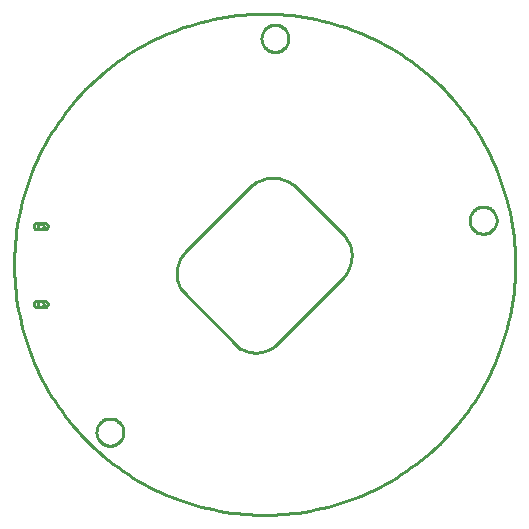
<source format=gbr>
G04 EAGLE Gerber RS-274X export*
G75*
%MOIN*%
%FSLAX34Y34*%
%LPD*%
%IN*%
%IPPOS*%
%AMOC8*
5,1,8,0,0,1.08239X$1,22.5*%
G01*
%ADD10C,0.010000*%


D10*
X16754Y-824D02*
X16754Y-619D01*
X16749Y-415D01*
X16739Y-210D01*
X16724Y-5D01*
X16703Y199D01*
X16678Y402D01*
X16648Y605D01*
X16613Y807D01*
X16573Y1008D01*
X16528Y1208D01*
X16479Y1406D01*
X16424Y1604D01*
X16364Y1800D01*
X16300Y1995D01*
X16231Y2188D01*
X16157Y2379D01*
X16079Y2568D01*
X15996Y2756D01*
X15908Y2941D01*
X15816Y3124D01*
X15719Y3305D01*
X15618Y3483D01*
X15513Y3659D01*
X15403Y3832D01*
X15290Y4002D01*
X15171Y4170D01*
X15049Y4335D01*
X14923Y4496D01*
X14793Y4655D01*
X14659Y4810D01*
X14522Y4962D01*
X14380Y5110D01*
X14236Y5255D01*
X14087Y5396D01*
X13935Y5534D01*
X13780Y5668D01*
X13622Y5798D01*
X13460Y5924D01*
X13295Y6046D01*
X13128Y6164D01*
X12957Y6278D01*
X12784Y6387D01*
X12609Y6493D01*
X12430Y6594D01*
X12249Y6690D01*
X12066Y6783D01*
X11881Y6870D01*
X11694Y6953D01*
X11504Y7032D01*
X11313Y7105D01*
X11120Y7175D01*
X10926Y7239D01*
X10729Y7298D01*
X10532Y7353D01*
X10333Y7403D01*
X10133Y7448D01*
X9932Y7488D01*
X9730Y7523D01*
X9528Y7553D01*
X9324Y7578D01*
X9120Y7598D01*
X8916Y7613D01*
X8711Y7623D01*
X8506Y7628D01*
X8301Y7628D01*
X8096Y7623D01*
X7892Y7613D01*
X7687Y7598D01*
X7483Y7578D01*
X7280Y7553D01*
X7077Y7523D01*
X6875Y7488D01*
X6674Y7448D01*
X6474Y7403D01*
X6275Y7353D01*
X6078Y7298D01*
X5882Y7239D01*
X5687Y7175D01*
X5494Y7105D01*
X5303Y7032D01*
X5114Y6953D01*
X4926Y6870D01*
X4741Y6783D01*
X4558Y6690D01*
X4377Y6594D01*
X4199Y6493D01*
X4023Y6387D01*
X3850Y6278D01*
X3679Y6164D01*
X3512Y6046D01*
X3347Y5924D01*
X3186Y5798D01*
X3027Y5668D01*
X2872Y5534D01*
X2720Y5396D01*
X2572Y5255D01*
X2427Y5110D01*
X2286Y4962D01*
X2148Y4810D01*
X2014Y4655D01*
X1884Y4496D01*
X1758Y4335D01*
X1636Y4170D01*
X1518Y4002D01*
X1404Y3832D01*
X1294Y3659D01*
X1189Y3483D01*
X1088Y3305D01*
X991Y3124D01*
X899Y2941D01*
X812Y2756D01*
X728Y2568D01*
X650Y2379D01*
X576Y2188D01*
X507Y1995D01*
X443Y1800D01*
X383Y1604D01*
X329Y1406D01*
X279Y1208D01*
X234Y1008D01*
X194Y807D01*
X159Y605D01*
X129Y402D01*
X104Y199D01*
X84Y-5D01*
X69Y-210D01*
X59Y-415D01*
X54Y-619D01*
X54Y-824D01*
X59Y-1029D01*
X69Y-1234D01*
X84Y-1438D01*
X104Y-1642D01*
X129Y-1846D01*
X159Y-2048D01*
X194Y-2250D01*
X234Y-2451D01*
X279Y-2651D01*
X329Y-2850D01*
X383Y-3048D01*
X443Y-3244D01*
X507Y-3438D01*
X576Y-3631D01*
X650Y-3823D01*
X728Y-4012D01*
X812Y-4199D01*
X899Y-4385D01*
X991Y-4568D01*
X1088Y-4748D01*
X1189Y-4927D01*
X1294Y-5103D01*
X1404Y-5276D01*
X1518Y-5446D01*
X1636Y-5614D01*
X1758Y-5778D01*
X1884Y-5940D01*
X2014Y-6098D01*
X2148Y-6253D01*
X2286Y-6405D01*
X2427Y-6554D01*
X2572Y-6699D01*
X2720Y-6840D01*
X2872Y-6978D01*
X3027Y-7112D01*
X3186Y-7242D01*
X3347Y-7368D01*
X3512Y-7490D01*
X3679Y-7608D01*
X3850Y-7722D01*
X4023Y-7831D01*
X4199Y-7937D01*
X4377Y-8038D01*
X4558Y-8134D01*
X4741Y-8226D01*
X4926Y-8314D01*
X5114Y-8397D01*
X5303Y-8475D01*
X5494Y-8549D01*
X5687Y-8618D01*
X5882Y-8683D01*
X6078Y-8742D01*
X6275Y-8797D01*
X6474Y-8847D01*
X6674Y-8891D01*
X6875Y-8931D01*
X7077Y-8966D01*
X7280Y-8997D01*
X7483Y-9022D01*
X7687Y-9042D01*
X7892Y-9057D01*
X8096Y-9067D01*
X8301Y-9072D01*
X8506Y-9072D01*
X8711Y-9067D01*
X8916Y-9057D01*
X9120Y-9042D01*
X9324Y-9022D01*
X9528Y-8997D01*
X9730Y-8966D01*
X9932Y-8931D01*
X10133Y-8891D01*
X10333Y-8847D01*
X10532Y-8797D01*
X10729Y-8742D01*
X10926Y-8683D01*
X11120Y-8618D01*
X11313Y-8549D01*
X11504Y-8475D01*
X11694Y-8397D01*
X11881Y-8314D01*
X12066Y-8226D01*
X12249Y-8134D01*
X12430Y-8038D01*
X12609Y-7937D01*
X12784Y-7831D01*
X12957Y-7722D01*
X13128Y-7608D01*
X13295Y-7490D01*
X13460Y-7368D01*
X13622Y-7242D01*
X13780Y-7112D01*
X13935Y-6978D01*
X14087Y-6840D01*
X14236Y-6699D01*
X14380Y-6554D01*
X14522Y-6405D01*
X14659Y-6253D01*
X14793Y-6098D01*
X14923Y-5940D01*
X15049Y-5778D01*
X15171Y-5614D01*
X15290Y-5446D01*
X15403Y-5276D01*
X15513Y-5103D01*
X15618Y-4927D01*
X15719Y-4748D01*
X15816Y-4568D01*
X15908Y-4385D01*
X15996Y-4199D01*
X16079Y-4012D01*
X16157Y-3823D01*
X16231Y-3631D01*
X16300Y-3438D01*
X16364Y-3244D01*
X16424Y-3048D01*
X16479Y-2850D01*
X16528Y-2651D01*
X16573Y-2451D01*
X16613Y-2250D01*
X16648Y-2048D01*
X16678Y-1846D01*
X16703Y-1642D01*
X16724Y-1438D01*
X16739Y-1234D01*
X16749Y-1029D01*
X16754Y-824D01*
X701Y-2049D02*
X702Y-2058D01*
X703Y-2066D01*
X705Y-2075D01*
X707Y-2083D01*
X711Y-2091D01*
X714Y-2098D01*
X719Y-2106D01*
X724Y-2112D01*
X730Y-2119D01*
X736Y-2125D01*
X743Y-2130D01*
X750Y-2134D01*
X758Y-2138D01*
X766Y-2142D01*
X774Y-2144D01*
X783Y-2146D01*
X791Y-2147D01*
X800Y-2148D01*
X1075Y-2148D01*
X1084Y-2147D01*
X1092Y-2146D01*
X1101Y-2144D01*
X1109Y-2142D01*
X1117Y-2138D01*
X1125Y-2134D01*
X1132Y-2130D01*
X1139Y-2125D01*
X1145Y-2119D01*
X1151Y-2112D01*
X1156Y-2106D01*
X1161Y-2098D01*
X1164Y-2091D01*
X1168Y-2083D01*
X1170Y-2075D01*
X1172Y-2066D01*
X1173Y-2058D01*
X1174Y-2049D01*
X1173Y-2041D01*
X1172Y-2032D01*
X1170Y-2024D01*
X1168Y-2016D01*
X1164Y-2008D01*
X1161Y-2000D01*
X1156Y-1993D01*
X1151Y-1986D01*
X1145Y-1980D01*
X1139Y-1974D01*
X1132Y-1969D01*
X1125Y-1964D01*
X1117Y-1960D01*
X1109Y-1957D01*
X1101Y-1954D01*
X1092Y-1952D01*
X1084Y-1951D01*
X1075Y-1951D01*
X800Y-1951D01*
X791Y-1951D01*
X783Y-1952D01*
X774Y-1954D01*
X766Y-1957D01*
X758Y-1960D01*
X750Y-1964D01*
X743Y-1969D01*
X736Y-1974D01*
X730Y-1980D01*
X724Y-1986D01*
X719Y-1993D01*
X714Y-2000D01*
X711Y-2008D01*
X707Y-2016D01*
X705Y-2024D01*
X703Y-2032D01*
X702Y-2041D01*
X701Y-2049D01*
X701Y549D02*
X702Y541D01*
X703Y532D01*
X705Y524D01*
X707Y516D01*
X711Y508D01*
X714Y500D01*
X719Y493D01*
X724Y486D01*
X730Y480D01*
X736Y474D01*
X743Y469D01*
X750Y464D01*
X758Y460D01*
X766Y457D01*
X774Y454D01*
X783Y452D01*
X791Y451D01*
X800Y451D01*
X1075Y451D01*
X1084Y451D01*
X1092Y452D01*
X1101Y454D01*
X1109Y457D01*
X1117Y460D01*
X1125Y464D01*
X1132Y469D01*
X1139Y474D01*
X1145Y480D01*
X1151Y486D01*
X1156Y493D01*
X1161Y500D01*
X1164Y508D01*
X1168Y516D01*
X1170Y524D01*
X1172Y532D01*
X1173Y541D01*
X1174Y549D01*
X1173Y558D01*
X1172Y566D01*
X1170Y575D01*
X1168Y583D01*
X1164Y591D01*
X1161Y598D01*
X1156Y606D01*
X1151Y612D01*
X1145Y619D01*
X1139Y625D01*
X1132Y630D01*
X1125Y634D01*
X1117Y638D01*
X1109Y642D01*
X1101Y644D01*
X1092Y646D01*
X1084Y647D01*
X1075Y648D01*
X800Y648D01*
X791Y647D01*
X783Y646D01*
X774Y644D01*
X766Y642D01*
X758Y638D01*
X750Y634D01*
X743Y630D01*
X736Y625D01*
X730Y619D01*
X724Y612D01*
X719Y606D01*
X714Y598D01*
X711Y591D01*
X707Y583D01*
X705Y575D01*
X703Y566D01*
X702Y558D01*
X701Y549D01*
X5570Y-1514D02*
X7586Y-3529D01*
X7626Y-3550D01*
X7708Y-3588D01*
X7794Y-3618D01*
X7882Y-3640D01*
X7972Y-3655D01*
X8063Y-3662D01*
X8154Y-3661D01*
X8244Y-3652D01*
X8333Y-3635D01*
X8421Y-3611D01*
X8506Y-3578D01*
X8588Y-3539D01*
X8666Y-3493D01*
X8740Y-3440D01*
X8809Y-3380D01*
X11050Y-1142D01*
X11099Y-1080D01*
X11151Y-1000D01*
X11196Y-916D01*
X11233Y-829D01*
X11263Y-739D01*
X11285Y-646D01*
X11298Y-552D01*
X11304Y-457D01*
X11301Y-362D01*
X11289Y-267D01*
X11270Y-174D01*
X11242Y-83D01*
X11207Y5D01*
X11164Y90D01*
X11114Y171D01*
X11057Y247D01*
X10994Y318D01*
X9456Y1850D01*
X9390Y1910D01*
X9314Y1968D01*
X9233Y2020D01*
X9147Y2064D01*
X9059Y2101D01*
X8967Y2130D01*
X8873Y2150D01*
X8778Y2163D01*
X8682Y2167D01*
X8586Y2163D01*
X8491Y2150D01*
X8397Y2130D01*
X8306Y2101D01*
X8217Y2064D01*
X8132Y2020D01*
X8051Y1968D01*
X7974Y1910D01*
X7904Y1845D01*
X5838Y-221D01*
X5834Y-225D01*
X5764Y-296D01*
X5701Y-374D01*
X5645Y-457D01*
X5597Y-545D01*
X5556Y-636D01*
X5523Y-730D01*
X5499Y-828D01*
X5483Y-926D01*
X5476Y-1026D01*
X5478Y-1126D01*
X5488Y-1226D01*
X5507Y-1324D01*
X5535Y-1420D01*
X5570Y-1514D01*
X16138Y732D02*
X16135Y697D01*
X16129Y662D01*
X16121Y628D01*
X16110Y594D01*
X16096Y561D01*
X16080Y530D01*
X16062Y500D01*
X16041Y471D01*
X16018Y444D01*
X15993Y419D01*
X15966Y396D01*
X15938Y376D01*
X15908Y357D01*
X15876Y341D01*
X15843Y327D01*
X15810Y317D01*
X15775Y308D01*
X15740Y303D01*
X15705Y300D01*
X15670Y300D01*
X15635Y303D01*
X15600Y308D01*
X15565Y317D01*
X15532Y327D01*
X15499Y341D01*
X15467Y357D01*
X15437Y376D01*
X15409Y396D01*
X15382Y419D01*
X15357Y444D01*
X15334Y471D01*
X15313Y500D01*
X15295Y530D01*
X15279Y561D01*
X15265Y594D01*
X15254Y628D01*
X15246Y662D01*
X15240Y697D01*
X15238Y732D01*
X15238Y768D01*
X15240Y803D01*
X15246Y838D01*
X15254Y872D01*
X15265Y906D01*
X15279Y939D01*
X15295Y970D01*
X15313Y1000D01*
X15334Y1029D01*
X15357Y1056D01*
X15382Y1081D01*
X15409Y1104D01*
X15437Y1124D01*
X15467Y1143D01*
X15499Y1159D01*
X15532Y1173D01*
X15565Y1183D01*
X15600Y1192D01*
X15635Y1197D01*
X15670Y1200D01*
X15705Y1200D01*
X15740Y1197D01*
X15775Y1192D01*
X15810Y1183D01*
X15843Y1173D01*
X15876Y1159D01*
X15908Y1143D01*
X15938Y1124D01*
X15966Y1104D01*
X15993Y1081D01*
X16018Y1056D01*
X16041Y1029D01*
X16062Y1000D01*
X16080Y970D01*
X16096Y939D01*
X16110Y906D01*
X16121Y872D01*
X16129Y838D01*
X16135Y803D01*
X16138Y768D01*
X16138Y732D01*
X9200Y6795D02*
X9197Y6760D01*
X9192Y6725D01*
X9183Y6690D01*
X9173Y6657D01*
X9159Y6624D01*
X9143Y6592D01*
X9124Y6562D01*
X9104Y6534D01*
X9081Y6507D01*
X9056Y6482D01*
X9029Y6459D01*
X9000Y6438D01*
X8970Y6420D01*
X8939Y6404D01*
X8906Y6390D01*
X8872Y6379D01*
X8838Y6371D01*
X8803Y6365D01*
X8768Y6363D01*
X8732Y6363D01*
X8697Y6365D01*
X8662Y6371D01*
X8628Y6379D01*
X8594Y6390D01*
X8561Y6404D01*
X8530Y6420D01*
X8500Y6438D01*
X8471Y6459D01*
X8444Y6482D01*
X8419Y6507D01*
X8396Y6534D01*
X8376Y6562D01*
X8357Y6592D01*
X8341Y6624D01*
X8327Y6657D01*
X8317Y6690D01*
X8308Y6725D01*
X8303Y6760D01*
X8300Y6795D01*
X8300Y6830D01*
X8303Y6865D01*
X8308Y6900D01*
X8317Y6935D01*
X8327Y6968D01*
X8341Y7001D01*
X8357Y7033D01*
X8376Y7063D01*
X8396Y7091D01*
X8419Y7118D01*
X8444Y7143D01*
X8471Y7166D01*
X8500Y7187D01*
X8530Y7205D01*
X8561Y7221D01*
X8594Y7235D01*
X8628Y7246D01*
X8662Y7254D01*
X8697Y7260D01*
X8732Y7263D01*
X8768Y7263D01*
X8803Y7260D01*
X8838Y7254D01*
X8872Y7246D01*
X8906Y7235D01*
X8939Y7221D01*
X8970Y7205D01*
X9000Y7187D01*
X9029Y7166D01*
X9056Y7143D01*
X9081Y7118D01*
X9104Y7091D01*
X9124Y7063D01*
X9143Y7033D01*
X9159Y7001D01*
X9173Y6968D01*
X9183Y6935D01*
X9192Y6900D01*
X9197Y6865D01*
X9200Y6830D01*
X9200Y6795D01*
X3700Y-6330D02*
X3697Y-6365D01*
X3692Y-6400D01*
X3683Y-6435D01*
X3673Y-6468D01*
X3659Y-6501D01*
X3643Y-6533D01*
X3624Y-6563D01*
X3604Y-6591D01*
X3581Y-6618D01*
X3556Y-6643D01*
X3529Y-6666D01*
X3500Y-6687D01*
X3470Y-6705D01*
X3439Y-6721D01*
X3406Y-6735D01*
X3372Y-6746D01*
X3338Y-6754D01*
X3303Y-6760D01*
X3268Y-6763D01*
X3232Y-6763D01*
X3197Y-6760D01*
X3162Y-6754D01*
X3128Y-6746D01*
X3094Y-6735D01*
X3061Y-6721D01*
X3030Y-6705D01*
X3000Y-6687D01*
X2971Y-6666D01*
X2944Y-6643D01*
X2919Y-6618D01*
X2896Y-6591D01*
X2876Y-6563D01*
X2857Y-6533D01*
X2841Y-6501D01*
X2827Y-6468D01*
X2817Y-6435D01*
X2808Y-6400D01*
X2803Y-6365D01*
X2800Y-6330D01*
X2800Y-6295D01*
X2803Y-6260D01*
X2808Y-6225D01*
X2817Y-6190D01*
X2827Y-6157D01*
X2841Y-6124D01*
X2857Y-6092D01*
X2876Y-6062D01*
X2896Y-6034D01*
X2919Y-6007D01*
X2944Y-5982D01*
X2971Y-5959D01*
X3000Y-5938D01*
X3030Y-5920D01*
X3061Y-5904D01*
X3094Y-5890D01*
X3128Y-5879D01*
X3162Y-5871D01*
X3197Y-5865D01*
X3232Y-5863D01*
X3268Y-5863D01*
X3303Y-5865D01*
X3338Y-5871D01*
X3372Y-5879D01*
X3406Y-5890D01*
X3439Y-5904D01*
X3470Y-5920D01*
X3500Y-5938D01*
X3529Y-5959D01*
X3556Y-5982D01*
X3581Y-6007D01*
X3604Y-6034D01*
X3624Y-6062D01*
X3643Y-6092D01*
X3659Y-6124D01*
X3673Y-6157D01*
X3683Y-6190D01*
X3692Y-6225D01*
X3697Y-6260D01*
X3700Y-6295D01*
X3700Y-6330D01*
X930Y451D02*
X914Y453D01*
X900Y458D01*
X886Y465D01*
X873Y474D01*
X862Y485D01*
X853Y498D01*
X846Y511D01*
X841Y526D01*
X839Y541D01*
X839Y557D01*
X841Y572D01*
X846Y587D01*
X853Y601D01*
X862Y613D01*
X873Y624D01*
X886Y633D01*
X900Y640D01*
X914Y645D01*
X930Y648D01*
X945Y648D01*
X961Y645D01*
X975Y640D01*
X989Y633D01*
X1002Y624D01*
X1013Y613D01*
X1022Y601D01*
X1029Y587D01*
X1034Y572D01*
X1036Y557D01*
X1036Y541D01*
X1034Y526D01*
X1029Y511D01*
X1022Y498D01*
X1013Y485D01*
X1002Y474D01*
X989Y465D01*
X975Y458D01*
X961Y453D01*
X945Y451D01*
X930Y451D01*
X930Y-2148D02*
X914Y-2145D01*
X900Y-2140D01*
X886Y-2133D01*
X873Y-2124D01*
X862Y-2113D01*
X853Y-2101D01*
X846Y-2087D01*
X841Y-2072D01*
X839Y-2057D01*
X839Y-2041D01*
X841Y-2026D01*
X846Y-2011D01*
X853Y-1998D01*
X862Y-1985D01*
X873Y-1974D01*
X886Y-1965D01*
X900Y-1958D01*
X914Y-1953D01*
X930Y-1951D01*
X945Y-1951D01*
X961Y-1953D01*
X975Y-1958D01*
X989Y-1965D01*
X1002Y-1974D01*
X1013Y-1985D01*
X1022Y-1998D01*
X1029Y-2011D01*
X1034Y-2026D01*
X1036Y-2041D01*
X1036Y-2057D01*
X1034Y-2072D01*
X1029Y-2087D01*
X1022Y-2101D01*
X1013Y-2113D01*
X1002Y-2124D01*
X989Y-2133D01*
X975Y-2140D01*
X961Y-2145D01*
X945Y-2148D01*
X930Y-2148D01*
M02*

</source>
